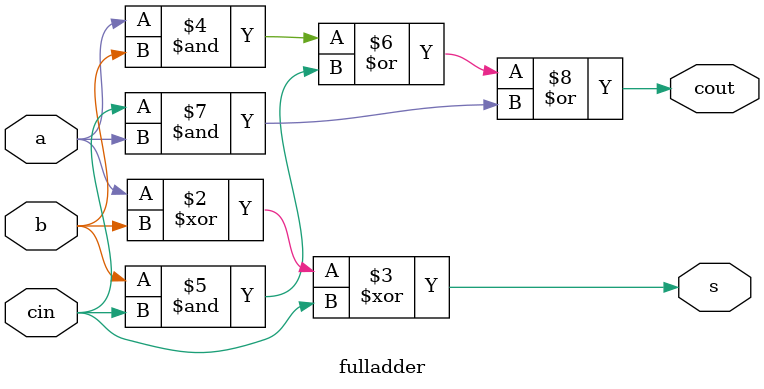
<source format=v>
`timescale 1ns / 1ps
module fulladder(a,b,cin,s,cout);
input a,b,cin;
output reg s,cout;
always@(*)
begin
s= a^b^cin;
cout=(a&b) |(b&cin)|(cin&a);

end    
 endmodule

</source>
